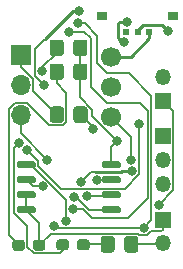
<source format=gtl>
%TF.GenerationSoftware,KiCad,Pcbnew,(5.1.10-1-10_14)*%
%TF.CreationDate,2021-09-29T22:20:09+09:00*%
%TF.ProjectId,seamal,7365616d-616c-42e6-9b69-6361645f7063,rev?*%
%TF.SameCoordinates,Original*%
%TF.FileFunction,Copper,L1,Top*%
%TF.FilePolarity,Positive*%
%FSLAX46Y46*%
G04 Gerber Fmt 4.6, Leading zero omitted, Abs format (unit mm)*
G04 Created by KiCad (PCBNEW (5.1.10-1-10_14)) date 2021-09-29 22:20:09*
%MOMM*%
%LPD*%
G01*
G04 APERTURE LIST*
%TA.AperFunction,SMDPad,CuDef*%
%ADD10R,0.900000X0.700000*%
%TD*%
%TA.AperFunction,SMDPad,CuDef*%
%ADD11R,0.600000X0.510000*%
%TD*%
%TA.AperFunction,ComponentPad*%
%ADD12O,1.350000X1.350000*%
%TD*%
%TA.AperFunction,ComponentPad*%
%ADD13R,1.350000X1.350000*%
%TD*%
%TA.AperFunction,ComponentPad*%
%ADD14C,1.700000*%
%TD*%
%TA.AperFunction,ComponentPad*%
%ADD15O,1.700000X1.700000*%
%TD*%
%TA.AperFunction,ComponentPad*%
%ADD16R,1.700000X1.700000*%
%TD*%
%TA.AperFunction,ViaPad*%
%ADD17C,0.800000*%
%TD*%
%TA.AperFunction,Conductor*%
%ADD18C,0.250000*%
%TD*%
%TA.AperFunction,Conductor*%
%ADD19C,0.200000*%
%TD*%
G04 APERTURE END LIST*
D10*
%TO.P,S1,5*%
%TO.N,Net-(S1-Pad5)*%
X145479000Y-85576500D03*
%TO.P,S1,4*%
%TO.N,Net-(S1-Pad4)*%
X151479000Y-85576500D03*
D11*
%TO.P,S1,1*%
%TO.N,+3V8*%
X149479000Y-86931500D03*
%TO.P,S1,2*%
%TO.N,Net-(S1-Pad2)*%
X147479000Y-86931500D03*
%TO.P,S1,3*%
%TO.N,Net-(BT1-Pad1)*%
X148479000Y-86931500D03*
%TD*%
%TO.P,U4,8*%
%TO.N,+3V8*%
%TA.AperFunction,SMDPad,CuDef*%
G36*
G01*
X139846400Y-101831000D02*
X139846400Y-102131000D01*
G75*
G02*
X139696400Y-102281000I-150000J0D01*
G01*
X138396400Y-102281000D01*
G75*
G02*
X138246400Y-102131000I0J150000D01*
G01*
X138246400Y-101831000D01*
G75*
G02*
X138396400Y-101681000I150000J0D01*
G01*
X139696400Y-101681000D01*
G75*
G02*
X139846400Y-101831000I0J-150000D01*
G01*
G37*
%TD.AperFunction*%
%TO.P,U4,7*%
%TA.AperFunction,SMDPad,CuDef*%
G36*
G01*
X139846400Y-100561000D02*
X139846400Y-100861000D01*
G75*
G02*
X139696400Y-101011000I-150000J0D01*
G01*
X138396400Y-101011000D01*
G75*
G02*
X138246400Y-100861000I0J150000D01*
G01*
X138246400Y-100561000D01*
G75*
G02*
X138396400Y-100411000I150000J0D01*
G01*
X139696400Y-100411000D01*
G75*
G02*
X139846400Y-100561000I0J-150000D01*
G01*
G37*
%TD.AperFunction*%
%TO.P,U4,6*%
%TO.N,SPI_SCLK*%
%TA.AperFunction,SMDPad,CuDef*%
G36*
G01*
X139846400Y-99291000D02*
X139846400Y-99591000D01*
G75*
G02*
X139696400Y-99741000I-150000J0D01*
G01*
X138396400Y-99741000D01*
G75*
G02*
X138246400Y-99591000I0J150000D01*
G01*
X138246400Y-99291000D01*
G75*
G02*
X138396400Y-99141000I150000J0D01*
G01*
X139696400Y-99141000D01*
G75*
G02*
X139846400Y-99291000I0J-150000D01*
G01*
G37*
%TD.AperFunction*%
%TO.P,U4,5*%
%TO.N,SPI_MOSI*%
%TA.AperFunction,SMDPad,CuDef*%
G36*
G01*
X139846400Y-98021000D02*
X139846400Y-98321000D01*
G75*
G02*
X139696400Y-98471000I-150000J0D01*
G01*
X138396400Y-98471000D01*
G75*
G02*
X138246400Y-98321000I0J150000D01*
G01*
X138246400Y-98021000D01*
G75*
G02*
X138396400Y-97871000I150000J0D01*
G01*
X139696400Y-97871000D01*
G75*
G02*
X139846400Y-98021000I0J-150000D01*
G01*
G37*
%TD.AperFunction*%
%TO.P,U4,4*%
%TO.N,GND*%
%TA.AperFunction,SMDPad,CuDef*%
G36*
G01*
X147046400Y-98021000D02*
X147046400Y-98321000D01*
G75*
G02*
X146896400Y-98471000I-150000J0D01*
G01*
X145596400Y-98471000D01*
G75*
G02*
X145446400Y-98321000I0J150000D01*
G01*
X145446400Y-98021000D01*
G75*
G02*
X145596400Y-97871000I150000J0D01*
G01*
X146896400Y-97871000D01*
G75*
G02*
X147046400Y-98021000I0J-150000D01*
G01*
G37*
%TD.AperFunction*%
%TO.P,U4,3*%
%TO.N,+3V8*%
%TA.AperFunction,SMDPad,CuDef*%
G36*
G01*
X147046400Y-99291000D02*
X147046400Y-99591000D01*
G75*
G02*
X146896400Y-99741000I-150000J0D01*
G01*
X145596400Y-99741000D01*
G75*
G02*
X145446400Y-99591000I0J150000D01*
G01*
X145446400Y-99291000D01*
G75*
G02*
X145596400Y-99141000I150000J0D01*
G01*
X146896400Y-99141000D01*
G75*
G02*
X147046400Y-99291000I0J-150000D01*
G01*
G37*
%TD.AperFunction*%
%TO.P,U4,2*%
%TO.N,SPI_MISO*%
%TA.AperFunction,SMDPad,CuDef*%
G36*
G01*
X147046400Y-100561000D02*
X147046400Y-100861000D01*
G75*
G02*
X146896400Y-101011000I-150000J0D01*
G01*
X145596400Y-101011000D01*
G75*
G02*
X145446400Y-100861000I0J150000D01*
G01*
X145446400Y-100561000D01*
G75*
G02*
X145596400Y-100411000I150000J0D01*
G01*
X146896400Y-100411000D01*
G75*
G02*
X147046400Y-100561000I0J-150000D01*
G01*
G37*
%TD.AperFunction*%
%TO.P,U4,1*%
%TO.N,SPI_CS*%
%TA.AperFunction,SMDPad,CuDef*%
G36*
G01*
X147046400Y-101831000D02*
X147046400Y-102131000D01*
G75*
G02*
X146896400Y-102281000I-150000J0D01*
G01*
X145596400Y-102281000D01*
G75*
G02*
X145446400Y-102131000I0J150000D01*
G01*
X145446400Y-101831000D01*
G75*
G02*
X145596400Y-101681000I150000J0D01*
G01*
X146896400Y-101681000D01*
G75*
G02*
X147046400Y-101831000I0J-150000D01*
G01*
G37*
%TD.AperFunction*%
%TD*%
D12*
%TO.P,J3,2*%
%TO.N,GND*%
X150622000Y-104806500D03*
D13*
%TO.P,J3,1*%
%TO.N,+3V8*%
X150622000Y-102806500D03*
%TD*%
D12*
%TO.P,J2,3*%
%TO.N,NRST*%
X150622000Y-99758000D03*
%TO.P,J2,2*%
%TO.N,SWDIO*%
X150622000Y-97758000D03*
D13*
%TO.P,J2,1*%
%TO.N,SWCLK*%
X150622000Y-95758000D03*
%TD*%
D12*
%TO.P,J1,2*%
%TO.N,RX*%
X150622000Y-90773500D03*
D13*
%TO.P,J1,1*%
%TO.N,TX*%
X150622000Y-92773500D03*
%TD*%
%TO.P,D2,1*%
%TO.N,Net-(D2-Pad1)*%
%TA.AperFunction,SMDPad,CuDef*%
G36*
G01*
X144402000Y-104715300D02*
X144402000Y-105190300D01*
G75*
G02*
X144164500Y-105427800I-237500J0D01*
G01*
X143589500Y-105427800D01*
G75*
G02*
X143352000Y-105190300I0J237500D01*
G01*
X143352000Y-104715300D01*
G75*
G02*
X143589500Y-104477800I237500J0D01*
G01*
X144164500Y-104477800D01*
G75*
G02*
X144402000Y-104715300I0J-237500D01*
G01*
G37*
%TD.AperFunction*%
%TO.P,D2,2*%
%TO.N,LED1*%
%TA.AperFunction,SMDPad,CuDef*%
G36*
G01*
X142652000Y-104715300D02*
X142652000Y-105190300D01*
G75*
G02*
X142414500Y-105427800I-237500J0D01*
G01*
X141839500Y-105427800D01*
G75*
G02*
X141602000Y-105190300I0J237500D01*
G01*
X141602000Y-104715300D01*
G75*
G02*
X141839500Y-104477800I237500J0D01*
G01*
X142414500Y-104477800D01*
G75*
G02*
X142652000Y-104715300I0J-237500D01*
G01*
G37*
%TD.AperFunction*%
%TD*%
%TO.P,D1,1*%
%TO.N,Net-(D1-Pad1)*%
%TA.AperFunction,SMDPad,CuDef*%
G36*
G01*
X137868200Y-105215700D02*
X137868200Y-104740700D01*
G75*
G02*
X138105700Y-104503200I237500J0D01*
G01*
X138680700Y-104503200D01*
G75*
G02*
X138918200Y-104740700I0J-237500D01*
G01*
X138918200Y-105215700D01*
G75*
G02*
X138680700Y-105453200I-237500J0D01*
G01*
X138105700Y-105453200D01*
G75*
G02*
X137868200Y-105215700I0J237500D01*
G01*
G37*
%TD.AperFunction*%
%TO.P,D1,2*%
%TO.N,+3V8*%
%TA.AperFunction,SMDPad,CuDef*%
G36*
G01*
X139618200Y-105215700D02*
X139618200Y-104740700D01*
G75*
G02*
X139855700Y-104503200I237500J0D01*
G01*
X140430700Y-104503200D01*
G75*
G02*
X140668200Y-104740700I0J-237500D01*
G01*
X140668200Y-105215700D01*
G75*
G02*
X140430700Y-105453200I-237500J0D01*
G01*
X139855700Y-105453200D01*
G75*
G02*
X139618200Y-105215700I0J237500D01*
G01*
G37*
%TD.AperFunction*%
%TD*%
%TO.P,R4,2*%
%TO.N,GND*%
%TA.AperFunction,SMDPad,CuDef*%
G36*
G01*
X143021000Y-88715001D02*
X143021000Y-87814999D01*
G75*
G02*
X143270999Y-87565000I249999J0D01*
G01*
X143971001Y-87565000D01*
G75*
G02*
X144221000Y-87814999I0J-249999D01*
G01*
X144221000Y-88715001D01*
G75*
G02*
X143971001Y-88965000I-249999J0D01*
G01*
X143270999Y-88965000D01*
G75*
G02*
X143021000Y-88715001I0J249999D01*
G01*
G37*
%TD.AperFunction*%
%TO.P,R4,1*%
%TO.N,INSENSE*%
%TA.AperFunction,SMDPad,CuDef*%
G36*
G01*
X141021000Y-88715001D02*
X141021000Y-87814999D01*
G75*
G02*
X141270999Y-87565000I249999J0D01*
G01*
X141971001Y-87565000D01*
G75*
G02*
X142221000Y-87814999I0J-249999D01*
G01*
X142221000Y-88715001D01*
G75*
G02*
X141971001Y-88965000I-249999J0D01*
G01*
X141270999Y-88965000D01*
G75*
G02*
X141021000Y-88715001I0J249999D01*
G01*
G37*
%TD.AperFunction*%
%TD*%
D14*
%TO.P,U2,6*%
%TO.N,+3V8*%
X146227800Y-89014300D03*
%TO.P,U2,5*%
%TO.N,Net-(U2-Pad5)*%
X146227800Y-91554300D03*
%TO.P,U2,4*%
%TO.N,+3V8*%
X146227800Y-94094300D03*
D15*
%TO.P,U2,3*%
%TO.N,I2C_SCL*%
X138597800Y-93994300D03*
%TO.P,U2,2*%
%TO.N,I2C_SDA*%
X138597800Y-91454300D03*
D16*
%TO.P,U2,1*%
%TO.N,GND*%
X138597800Y-88914300D03*
%TD*%
%TO.P,R3,2*%
%TO.N,GND*%
%TA.AperFunction,SMDPad,CuDef*%
G36*
G01*
X147339000Y-105352001D02*
X147339000Y-104451999D01*
G75*
G02*
X147588999Y-104202000I249999J0D01*
G01*
X148289001Y-104202000D01*
G75*
G02*
X148539000Y-104451999I0J-249999D01*
G01*
X148539000Y-105352001D01*
G75*
G02*
X148289001Y-105602000I-249999J0D01*
G01*
X147588999Y-105602000D01*
G75*
G02*
X147339000Y-105352001I0J249999D01*
G01*
G37*
%TD.AperFunction*%
%TO.P,R3,1*%
%TO.N,Net-(D2-Pad1)*%
%TA.AperFunction,SMDPad,CuDef*%
G36*
G01*
X145339000Y-105352001D02*
X145339000Y-104451999D01*
G75*
G02*
X145588999Y-104202000I249999J0D01*
G01*
X146289001Y-104202000D01*
G75*
G02*
X146539000Y-104451999I0J-249999D01*
G01*
X146539000Y-105352001D01*
G75*
G02*
X146289001Y-105602000I-249999J0D01*
G01*
X145588999Y-105602000D01*
G75*
G02*
X145339000Y-105352001I0J249999D01*
G01*
G37*
%TD.AperFunction*%
%TD*%
%TO.P,R2,2*%
%TO.N,GND*%
%TA.AperFunction,SMDPad,CuDef*%
G36*
G01*
X143021000Y-90747001D02*
X143021000Y-89846999D01*
G75*
G02*
X143270999Y-89597000I249999J0D01*
G01*
X143971001Y-89597000D01*
G75*
G02*
X144221000Y-89846999I0J-249999D01*
G01*
X144221000Y-90747001D01*
G75*
G02*
X143971001Y-90997000I-249999J0D01*
G01*
X143270999Y-90997000D01*
G75*
G02*
X143021000Y-90747001I0J249999D01*
G01*
G37*
%TD.AperFunction*%
%TO.P,R2,1*%
%TO.N,Net-(D1-Pad1)*%
%TA.AperFunction,SMDPad,CuDef*%
G36*
G01*
X141021000Y-90747001D02*
X141021000Y-89846999D01*
G75*
G02*
X141270999Y-89597000I249999J0D01*
G01*
X141971001Y-89597000D01*
G75*
G02*
X142221000Y-89846999I0J-249999D01*
G01*
X142221000Y-90747001D01*
G75*
G02*
X141971001Y-90997000I-249999J0D01*
G01*
X141270999Y-90997000D01*
G75*
G02*
X141021000Y-90747001I0J249999D01*
G01*
G37*
%TD.AperFunction*%
%TD*%
%TO.P,R1,1*%
%TO.N,GND*%
%TA.AperFunction,SMDPad,CuDef*%
G36*
G01*
X141046400Y-94379201D02*
X141046400Y-93479199D01*
G75*
G02*
X141296399Y-93229200I249999J0D01*
G01*
X141996401Y-93229200D01*
G75*
G02*
X142246400Y-93479199I0J-249999D01*
G01*
X142246400Y-94379201D01*
G75*
G02*
X141996401Y-94629200I-249999J0D01*
G01*
X141296399Y-94629200D01*
G75*
G02*
X141046400Y-94379201I0J249999D01*
G01*
G37*
%TD.AperFunction*%
%TO.P,R1,2*%
%TO.N,Net-(R1-Pad2)*%
%TA.AperFunction,SMDPad,CuDef*%
G36*
G01*
X143046400Y-94379201D02*
X143046400Y-93479199D01*
G75*
G02*
X143296399Y-93229200I249999J0D01*
G01*
X143996401Y-93229200D01*
G75*
G02*
X144246400Y-93479199I0J-249999D01*
G01*
X144246400Y-94379201D01*
G75*
G02*
X143996401Y-94629200I-249999J0D01*
G01*
X143296399Y-94629200D01*
G75*
G02*
X143046400Y-94379201I0J249999D01*
G01*
G37*
%TD.AperFunction*%
%TD*%
D17*
%TO.N,GND*%
X146755646Y-96148600D03*
%TO.N,Net-(R1-Pad2)*%
X144668707Y-95158093D03*
%TO.N,I2C_SCL*%
X140830509Y-97745116D03*
%TO.N,SWDIO*%
X148031200Y-98704400D03*
X143717783Y-99603902D03*
%TO.N,+3V8*%
X147955000Y-97764600D03*
X145034000Y-99421010D03*
%TO.N,RX*%
X139129499Y-96938518D03*
X148564600Y-94691200D03*
%TO.N,TX*%
X150246999Y-101574600D03*
%TO.N,SPI_MOSI*%
X142435258Y-102905000D03*
%TO.N,SPI_MISO*%
X144221200Y-100803903D03*
%TO.N,SPI_SCLK*%
X140432725Y-99978275D03*
%TO.N,SPI_CS*%
X143103600Y-100888800D03*
%TO.N,INSENSE*%
X140411200Y-90220800D03*
%TO.N,OUT1*%
X147548600Y-86055200D03*
X147345400Y-87786502D03*
%TO.N,OUT2*%
X143484600Y-85166200D03*
X140552400Y-91409977D03*
%TO.N,LED1*%
X138455400Y-96342200D03*
%TO.N,PB0*%
X143433800Y-86207600D03*
X149021800Y-103505000D03*
X141364903Y-103366503D03*
%TO.N,PB1*%
X142678953Y-86887902D03*
X143035258Y-101955600D03*
%TO.N,Net-(BT1-Pad1)*%
X151028400Y-86817200D03*
%TD*%
D18*
%TO.N,GND*%
X143637000Y-90281000D02*
X143621000Y-90297000D01*
D19*
X143621000Y-88265000D02*
X143621000Y-90297000D01*
X139647801Y-90929656D02*
X138597800Y-89879655D01*
X138597800Y-89879655D02*
X138597800Y-88914300D01*
X139647801Y-91930601D02*
X139647801Y-90929656D01*
X141646400Y-93929200D02*
X139647801Y-91930601D01*
X146246400Y-96657846D02*
X146755646Y-96148600D01*
X146246400Y-98171000D02*
X146246400Y-96657846D01*
X150526500Y-104902000D02*
X150622000Y-104806500D01*
X147939000Y-104902000D02*
X150526500Y-104902000D01*
X144653000Y-94045954D02*
X146755646Y-96148600D01*
X144653000Y-93499386D02*
X144653000Y-94045954D01*
X143621000Y-92467386D02*
X144653000Y-93499386D01*
X143621000Y-90297000D02*
X143621000Y-92467386D01*
%TO.N,Net-(R1-Pad2)*%
X144668707Y-94951507D02*
X143646400Y-93929200D01*
X144668707Y-95158093D02*
X144668707Y-94951507D01*
%TO.N,I2C_SDA*%
X138355200Y-92088576D02*
X138355200Y-91479700D01*
D18*
%TO.N,I2C_SCL*%
X138355200Y-93648400D02*
X138355200Y-94019700D01*
D19*
X138597800Y-93994300D02*
X138597800Y-94399814D01*
X138597800Y-95512407D02*
X138597800Y-93994300D01*
X140830509Y-97745116D02*
X138597800Y-95512407D01*
D18*
%TO.N,SWDIO*%
X147101390Y-98796010D02*
X144871610Y-98796010D01*
X147193000Y-98704400D02*
X147101390Y-98796010D01*
X148031200Y-98704400D02*
X147193000Y-98704400D01*
D19*
X144525675Y-98796010D02*
X143717783Y-99603902D01*
X144871610Y-98796010D02*
X144525675Y-98796010D01*
D18*
%TO.N,+3V8*%
X149479000Y-87071502D02*
X149479000Y-86931500D01*
X146418300Y-89204800D02*
X146227800Y-89014300D01*
X147901200Y-89014300D02*
X146227800Y-89014300D01*
X149479000Y-87436500D02*
X147901200Y-89014300D01*
X149479000Y-86931500D02*
X149479000Y-87436500D01*
D19*
X139046400Y-100711000D02*
X139046400Y-101981000D01*
X147955000Y-95821500D02*
X146227800Y-94094300D01*
X147955000Y-97764600D02*
X147955000Y-95821500D01*
X149605002Y-103809800D02*
X149309801Y-104105001D01*
X150622000Y-103681500D02*
X150493700Y-103809800D01*
X150493700Y-103809800D02*
X149605002Y-103809800D01*
X150622000Y-102806500D02*
X150622000Y-103681500D01*
X140143200Y-103077800D02*
X139046400Y-101981000D01*
X140143200Y-104978200D02*
X140143200Y-103077800D01*
X146226410Y-99421010D02*
X146246400Y-99441000D01*
X145034000Y-99421010D02*
X146226410Y-99421010D01*
X141119410Y-104001990D02*
X140143200Y-104978200D01*
X148475404Y-104001990D02*
X141119410Y-104001990D01*
X148578415Y-104105001D02*
X148475404Y-104001990D01*
X149309801Y-104105001D02*
X148578415Y-104105001D01*
%TO.N,RX*%
X140046410Y-97855429D02*
X140046410Y-98288810D01*
X139129499Y-96938518D02*
X140046410Y-97855429D01*
X140046410Y-98288810D02*
X141020800Y-99263200D01*
X147419699Y-100203903D02*
X148631201Y-98992401D01*
X148631201Y-98992401D02*
X148631201Y-94757801D01*
X148631201Y-94757801D02*
X148564600Y-94691200D01*
X141961503Y-100203903D02*
X147419699Y-100203903D01*
X141020800Y-99263200D02*
X141961503Y-100203903D01*
%TO.N,TX*%
X151497001Y-100324598D02*
X150246999Y-101574600D01*
X151497001Y-93648501D02*
X151497001Y-100324598D01*
X150622000Y-92773500D02*
X151497001Y-93648501D01*
%TO.N,SPI_MOSI*%
X142435258Y-101132279D02*
X142435258Y-102905000D01*
X139473979Y-98171000D02*
X142435258Y-101132279D01*
X139046400Y-98171000D02*
X139473979Y-98171000D01*
%TO.N,SPI_MISO*%
X146153497Y-100803903D02*
X146246400Y-100711000D01*
X144221200Y-100803903D02*
X146153497Y-100803903D01*
%TO.N,SPI_SCLK*%
X139583675Y-99978275D02*
X139046400Y-99441000D01*
X140432725Y-99978275D02*
X139583675Y-99978275D01*
%TO.N,SPI_CS*%
X143248478Y-100888800D02*
X143103600Y-100888800D01*
X144340678Y-101981000D02*
X143248478Y-100888800D01*
X146246400Y-101981000D02*
X144340678Y-101981000D01*
%TO.N,Net-(D1-Pad1)*%
X138093799Y-92944299D02*
X137547799Y-93490299D01*
X140986712Y-94829210D02*
X139101801Y-92944299D01*
X142446410Y-94565604D02*
X142182804Y-94829210D01*
X137547799Y-104132799D02*
X138393200Y-104978200D01*
X142182804Y-94829210D02*
X140986712Y-94829210D01*
X142446410Y-92054789D02*
X142446410Y-94565604D01*
X137547799Y-93490299D02*
X137547799Y-104132799D01*
X139101801Y-92944299D02*
X138093799Y-92944299D01*
X141621000Y-91229379D02*
X142446410Y-92054789D01*
X141621000Y-90297000D02*
X141621000Y-91229379D01*
%TO.N,Net-(D2-Pad1)*%
X143927800Y-104902000D02*
X143877000Y-104952800D01*
X145939000Y-104902000D02*
X143927800Y-104902000D01*
%TO.N,INSENSE*%
X141621000Y-88265000D02*
X141621000Y-88401400D01*
X141621000Y-88719166D02*
X141621000Y-88265000D01*
X140411200Y-89928966D02*
X141621000Y-88719166D01*
X140411200Y-90220800D02*
X140411200Y-89928966D01*
D18*
%TO.N,OUT1*%
X147194000Y-87786502D02*
X147345400Y-87786502D01*
X146853999Y-86184116D02*
X146853999Y-87446501D01*
X146853999Y-87446501D02*
X147194000Y-87786502D01*
X146982915Y-86055200D02*
X146853999Y-86184116D01*
X147548600Y-86055200D02*
X146982915Y-86055200D01*
%TO.N,OUT2*%
X142995610Y-85166200D02*
X143484600Y-85166200D01*
X140614400Y-87547410D02*
X142995610Y-85166200D01*
X140614400Y-91347977D02*
X140552400Y-91409977D01*
D19*
X139811199Y-88350611D02*
X140614400Y-87547410D01*
X139811199Y-90668776D02*
X139811199Y-88350611D01*
X140552400Y-91409977D02*
X139811199Y-90668776D01*
%TO.N,LED1*%
X138046390Y-96751210D02*
X138046390Y-97183010D01*
X138455400Y-96342200D02*
X138046390Y-96751210D01*
X138046390Y-97033774D02*
X138046390Y-97183010D01*
X138046390Y-102275982D02*
X138046390Y-97183010D01*
X139118210Y-103347802D02*
X138046390Y-102275982D01*
X139118210Y-105096944D02*
X139118210Y-103347802D01*
X139674476Y-105653210D02*
X139118210Y-105096944D01*
X141901590Y-105653210D02*
X139674476Y-105653210D01*
X142127000Y-105427800D02*
X141901590Y-105653210D01*
X142127000Y-104952800D02*
X142127000Y-105427800D01*
%TO.N,PB0*%
X149031211Y-103495589D02*
X149021800Y-103505000D01*
X143999485Y-86207600D02*
X145077799Y-87285914D01*
X143433800Y-86207600D02*
X143999485Y-86207600D01*
X145077799Y-89566301D02*
X145915797Y-90404299D01*
X145077799Y-87285914D02*
X145077799Y-89566301D01*
X149646999Y-102879801D02*
X149021800Y-103505000D01*
X149646999Y-92344599D02*
X149646999Y-102879801D01*
X147706699Y-90404299D02*
X149646999Y-92344599D01*
X145915797Y-90404299D02*
X147706699Y-90404299D01*
X141503400Y-103505000D02*
X141364903Y-103366503D01*
X149021800Y-103505000D02*
X141503400Y-103505000D01*
%TO.N,PB1*%
X142678953Y-86887902D02*
X142900400Y-87109349D01*
X143964736Y-86887902D02*
X142678953Y-86887902D01*
X144537010Y-87460176D02*
X143964736Y-86887902D01*
X148646499Y-92944299D02*
X145915797Y-92944299D01*
X149346989Y-93644789D02*
X148646499Y-92944299D01*
X144537010Y-91565512D02*
X144537010Y-87460176D01*
X149346989Y-100944611D02*
X149346989Y-93644789D01*
X145915797Y-92944299D02*
X144537010Y-91565512D01*
X147635934Y-102655666D02*
X149346989Y-100944611D01*
X143891000Y-101955600D02*
X144591066Y-102655666D01*
X144591066Y-102655666D02*
X147635934Y-102655666D01*
X143035258Y-101955600D02*
X143891000Y-101955600D01*
D18*
%TO.N,Net-(BT1-Pad1)*%
X148918999Y-86351499D02*
X148479000Y-86791498D01*
X150562699Y-86351499D02*
X148918999Y-86351499D01*
X148479000Y-86791498D02*
X148479000Y-86931500D01*
X151028400Y-86817200D02*
X150562699Y-86351499D01*
%TD*%
M02*

</source>
